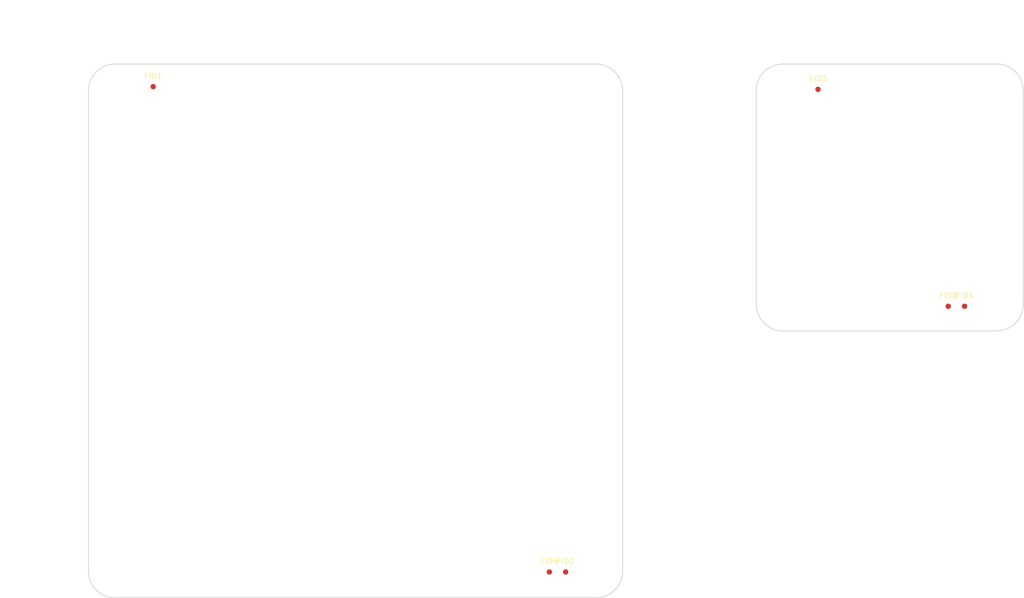
<source format=kicad_pcb>
(kicad_pcb (version 20211014) (generator pcbnew)
  (layers (0 "F.Cu" signal) (31 "B.Cu" signal) (34 "B.Paste" user) (35 "F.Paste" user) (36 "B.SilkS" user "B.Silkscreen") (37 "F.SilkS" user "F.Silkscreen") (38 "B.Mask" user) (39 "F.Mask" user) (44 "Edge.Cuts" user))
  (net 0 "")
  (footprint "footprint:MountingHole_3.1mm_M3,rpi_like" (layer "F.Cu") (at 143.34 52.07)
    (fp_text reference "H2" hide)
    (fp_text value "MountingHole")
    (pad "" np_thru_hole circle locked (at 0 0) (size 3.1 3.1) (drill 3.1) (layers *.Cu *.Mask) (clearance 1.5))
  )
  (footprint "footprint:MountingHole_3.1mm_M3,rpi_like" (layer "F.Cu") (at 178.34 52.07)
    (fp_text reference "H5" hide)
    (fp_text value "MountingHole")
    (pad "" np_thru_hole circle locked (at 0 0) (size 3.1 3.1) (drill 3.1) (layers *.Cu *.Mask) (clearance 1.5))
  )
  (footprint "footprint:MountingHole_3.1mm_M3,rpi_like" (layer "F.Cu") (at 143.34 142.07)
    (fp_text reference "H3" hide)
    (fp_text value "MountingHole")
    (pad "" np_thru_hole circle locked (at 0 0) (size 3.1 3.1) (drill 3.1) (layers *.Cu *.Mask) (clearance 1.5))
  )
  (footprint "footprint:MountingHole_3.1mm_M3,rpi_like" (layer "F.Cu") (at 218.34 52.07)
    (fp_text reference "H6" hide)
    (fp_text value "MountingHole")
    (pad "" np_thru_hole circle locked (at 0 0) (size 3.1 3.1) (drill 3.1) (layers *.Cu *.Mask) (clearance 1.5))
  )
  (footprint "footprint:MountingHole_3.1mm_M3,rpi_like" (layer "F.Cu") (at 53.34 142.07)
    (fp_text reference "H4" hide)
    (fp_text value "MountingHole")
    (pad "" np_thru_hole circle locked (at 0 0) (size 3.1 3.1) (drill 3.1) (layers *.Cu *.Mask) (clearance 1.5))
  )
  (footprint "footprint:MountingHole_3.1mm_M3,rpi_like" (layer "F.Cu") (at 178.34 92.07)
    (fp_text reference "H7" hide)
    (fp_text value "MountingHole")
    (pad "" np_thru_hole circle locked (at 0 0) (size 3.1 3.1) (drill 3.1) (layers *.Cu *.Mask) (clearance 1.5))
  )
  (footprint "footprint:MountingHole_3.1mm_M3,rpi_like" (layer "F.Cu") (at 53.34 52.07)
    (fp_text reference "H1" hide)
    (fp_text value "MountingHole")
    (pad "" np_thru_hole circle locked (at 0 0) (size 3.1 3.1) (drill 3.1) (layers *.Cu *.Mask) (clearance 1.5))
  )
  (footprint "footprint:MountingHole_3.1mm_M3,rpi_like" (layer "F.Cu") (at 218.34 92.07)
    (fp_text reference "H8" hide)
    (fp_text value "MountingHole")
    (pad "" np_thru_hole circle locked (at 0 0) (size 3.1 3.1) (drill 3.1) (layers *.Cu *.Mask) (clearance 1.5))
  )
  (footprint "Fiducial:Fiducial_1mm_Mask2mm" (layer "F.Cu") (at 134.62 142.24)
    (fp_text reference "FID5" (at 0 -2) (layer "F.SilkS"))
    (fp_text value "Fiducial")
    (pad "" smd circle locked (at 0 0) (size 1 1) (layers "F.Cu" "F.Mask") (clearance 0.5))
  )
  (footprint "Fiducial:Fiducial_1mm_Mask2mm" (layer "F.Cu") (at 209.296 92.456)
    (fp_text reference "FID6" (at 0 -2) (layer "F.SilkS"))
    (fp_text value "Fiducial")
    (pad "" smd circle locked (at 0 0) (size 1 1) (layers "F.Cu" "F.Mask") (clearance 0.5))
  )
  (footprint "Fiducial:Fiducial_1mm_Mask2mm" (layer "F.Cu") (at 60.452 51.308)
    (fp_text reference "FID1" (at 0 -2) (layer "F.SilkS"))
    (fp_text value "Fiducial")
    (pad "" smd circle locked (at 0 0) (size 1 1) (layers "F.Cu" "F.Mask") (clearance 0.5))
  )
  (footprint "Fiducial:Fiducial_1mm_Mask2mm" (layer "F.Cu") (at 137.668 142.24)
    (fp_text reference "FID2" (at 0 -2) (layer "F.SilkS"))
    (fp_text value "Fiducial")
    (pad "" smd circle locked (at 0 0) (size 1 1) (layers "F.Cu" "F.Mask") (clearance 0.5))
  )
  (footprint "Fiducial:Fiducial_1mm_Mask2mm" (layer "F.Cu") (at 212.344 92.456)
    (fp_text reference "FID4" (at 0 -2) (layer "F.SilkS"))
    (fp_text value "Fiducial")
    (pad "" smd circle locked (at 0 0) (size 1 1) (layers "F.Cu" "F.Mask") (clearance 0.5))
  )
  (footprint "Fiducial:Fiducial_1mm_Mask2mm" (layer "F.Cu") (at 184.912 51.816)
    (fp_text reference "FID3" (at 0 -2) (layer "F.SilkS"))
    (fp_text value "Fiducial")
    (pad "" smd circle locked (at 0 0) (size 1 1) (layers "F.Cu" "F.Mask") (clearance 0.5))
  )
  (gr_line (start 178.34 47.07) (end 218.34 47.07) (layer "Edge.Cuts") (width 0.15))
  (gr_arc (start 178.34 97.07) (mid 174.804466 95.605534) (end 173.34 92.07) (layer "Edge.Cuts") (width 0.15))
  (gr_line (start 218.34 97.07) (end 178.34 97.07) (layer "Edge.Cuts") (width 0.15))
  (gr_line (start 173.34 92.07) (end 173.34 52.07) (layer "Edge.Cuts") (width 0.15))
  (gr_arc (start 223.34 92.07) (mid 221.875534 95.605534) (end 218.34 97.07) (layer "Edge.Cuts") (width 0.15))
  (gr_arc (start 218.34 47.07) (mid 221.875534 48.534466) (end 223.34 52.07) (layer "Edge.Cuts") (width 0.15))
  (gr_arc (start 173.34 52.07) (mid 174.804466 48.534466) (end 178.34 47.07) (layer "Edge.Cuts") (width 0.15))
  (gr_arc (start 143.34 47.07) (mid 146.875534 48.534466) (end 148.34 52.07) (layer "Edge.Cuts") (width 0.15))
  (gr_line (start 148.34 52.069999) (end 148.34 142.07) (layer "Edge.Cuts") (width 0.15))
  (gr_arc (start 148.34 142.07) (mid 146.875534 145.605534) (end 143.34 147.07) (layer "Edge.Cuts") (width 0.15))
  (gr_line (start 143.34 147.07) (end 53.34 147.07) (layer "Edge.Cuts") (width 0.15))
  (gr_line (start 223.34 52.07) (end 223.34 92.07) (layer "Edge.Cuts") (width 0.15))
  (gr_arc (start 53.34 147.07) (mid 49.804466 145.605534) (end 48.34 142.07) (layer "Edge.Cuts") (width 0.15))
  (gr_line (start 48.34 142.07) (end 48.34 52.07) (layer "Edge.Cuts") (width 0.15))
  (gr_line (start 53.34 47.07) (end 143.34 47.07) (layer "Edge.Cuts") (width 0.15))
  (gr_arc (start 48.34 52.07) (mid 49.804466 48.534466) (end 53.34 47.07) (layer "Edge.Cuts") (width 0.15))
)
</source>
